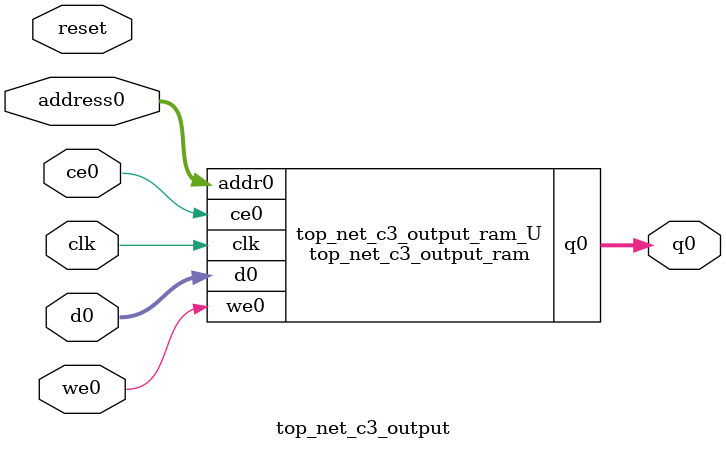
<source format=v>
`timescale 1 ns / 1 ps
module top_net_c3_output_ram (addr0, ce0, d0, we0, q0,  clk);

parameter DWIDTH = 32;
parameter AWIDTH = 7;
parameter MEM_SIZE = 120;

input[AWIDTH-1:0] addr0;
input ce0;
input[DWIDTH-1:0] d0;
input we0;
output reg[DWIDTH-1:0] q0;
input clk;

(* ram_style = "block" *)reg [DWIDTH-1:0] ram[0:MEM_SIZE-1];




always @(posedge clk)  
begin 
    if (ce0) 
    begin
        if (we0) 
        begin 
            ram[addr0] <= d0; 
        end 
        q0 <= ram[addr0];
    end
end


endmodule

`timescale 1 ns / 1 ps
module top_net_c3_output(
    reset,
    clk,
    address0,
    ce0,
    we0,
    d0,
    q0);

parameter DataWidth = 32'd32;
parameter AddressRange = 32'd120;
parameter AddressWidth = 32'd7;
input reset;
input clk;
input[AddressWidth - 1:0] address0;
input ce0;
input we0;
input[DataWidth - 1:0] d0;
output[DataWidth - 1:0] q0;



top_net_c3_output_ram top_net_c3_output_ram_U(
    .clk( clk ),
    .addr0( address0 ),
    .ce0( ce0 ),
    .we0( we0 ),
    .d0( d0 ),
    .q0( q0 ));

endmodule


</source>
